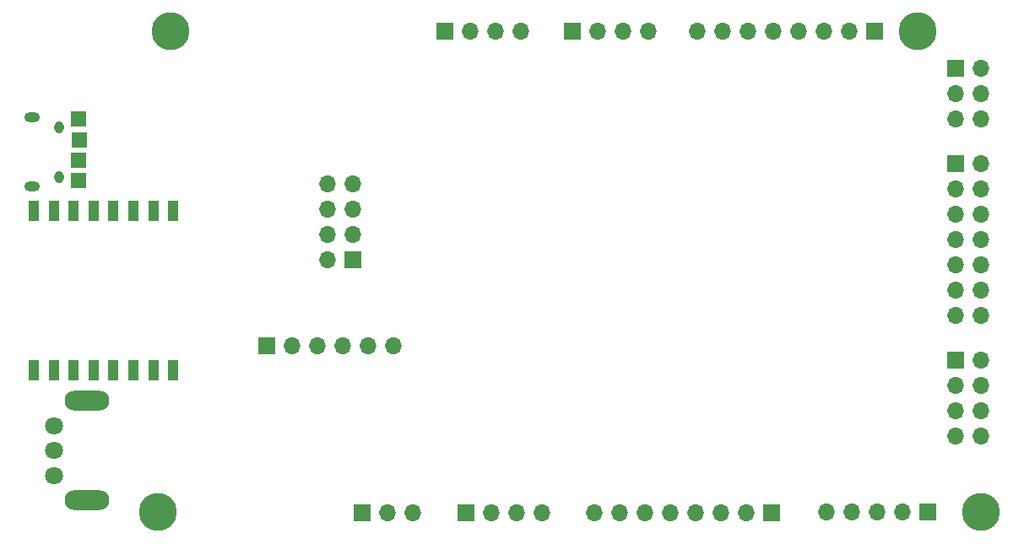
<source format=gbs>
G04 #@! TF.FileFunction,Soldermask,Bot*
%FSLAX46Y46*%
G04 Gerber Fmt 4.6, Leading zero omitted, Abs format (unit mm)*
G04 Created by KiCad (PCBNEW 4.0.7-e2-6376~58~ubuntu16.04.1) date Wed Feb 14 08:22:07 2018*
%MOMM*%
%LPD*%
G01*
G04 APERTURE LIST*
%ADD10C,0.100000*%
%ADD11O,0.950000X1.250000*%
%ADD12O,1.550000X1.000000*%
%ADD13C,1.800000*%
%ADD14O,4.500000X2.000000*%
%ADD15R,1.700000X1.700000*%
%ADD16O,1.700000X1.700000*%
%ADD17C,3.800000*%
%ADD18R,1.000000X2.000000*%
%ADD19R,1.500000X1.500000*%
G04 APERTURE END LIST*
D10*
D11*
X94980000Y-72360000D03*
X94980000Y-77360000D03*
D12*
X92280000Y-71360000D03*
X92280000Y-78360000D03*
D13*
X94450000Y-107350000D03*
X94450000Y-104850000D03*
X94450000Y-102350000D03*
D14*
X97750000Y-109850000D03*
X97750000Y-99850000D03*
D15*
X184910000Y-76000000D03*
D16*
X187450000Y-76000000D03*
X184910000Y-78540000D03*
X187450000Y-78540000D03*
X184910000Y-81080000D03*
X187450000Y-81080000D03*
X184910000Y-83620000D03*
X187450000Y-83620000D03*
X184910000Y-86160000D03*
X187450000Y-86160000D03*
X184910000Y-88700000D03*
X187450000Y-88700000D03*
X184910000Y-91240000D03*
X187450000Y-91240000D03*
D17*
X104880000Y-111020000D03*
X106150000Y-62770000D03*
X187420000Y-111010000D03*
D18*
X106440000Y-96770000D03*
X104440000Y-96770000D03*
X102440000Y-96770000D03*
X100440000Y-96770000D03*
X98440000Y-96770000D03*
X96440000Y-96770000D03*
X94440000Y-96770000D03*
X92440000Y-96770000D03*
X92440000Y-80770000D03*
X94440000Y-80770000D03*
X96440000Y-80770000D03*
X98440000Y-80770000D03*
X100440000Y-80770000D03*
X102440000Y-80770000D03*
X104440000Y-80770000D03*
X106440000Y-80770000D03*
D15*
X125370000Y-111070000D03*
D16*
X127910000Y-111070000D03*
X130450000Y-111070000D03*
D17*
X181090000Y-62780000D03*
D15*
X115820000Y-94340000D03*
D16*
X118360000Y-94340000D03*
X120900000Y-94340000D03*
X123440000Y-94340000D03*
X125980000Y-94340000D03*
X128520000Y-94340000D03*
D15*
X166470000Y-111060000D03*
D16*
X163930000Y-111060000D03*
X161390000Y-111060000D03*
X158850000Y-111060000D03*
X156310000Y-111060000D03*
X153770000Y-111060000D03*
X151230000Y-111060000D03*
X148690000Y-111060000D03*
D15*
X182070000Y-111040000D03*
D16*
X179530000Y-111040000D03*
X176990000Y-111040000D03*
X174450000Y-111040000D03*
X171910000Y-111040000D03*
D15*
X176800000Y-62750000D03*
D16*
X174260000Y-62750000D03*
X171720000Y-62750000D03*
X169180000Y-62750000D03*
X166640000Y-62750000D03*
X164100000Y-62750000D03*
X161560000Y-62750000D03*
X159020000Y-62750000D03*
D15*
X135820000Y-111070000D03*
D16*
X138360000Y-111070000D03*
X140900000Y-111070000D03*
X143440000Y-111070000D03*
D15*
X184900000Y-66450000D03*
D16*
X187440000Y-66450000D03*
X184900000Y-68990000D03*
X187440000Y-68990000D03*
X184900000Y-71530000D03*
X187440000Y-71530000D03*
D15*
X146450000Y-62750000D03*
D16*
X148990000Y-62750000D03*
X151530000Y-62750000D03*
X154070000Y-62750000D03*
D15*
X184910000Y-95750000D03*
D16*
X187450000Y-95750000D03*
X184910000Y-98290000D03*
X187450000Y-98290000D03*
X184910000Y-100830000D03*
X187450000Y-100830000D03*
X184910000Y-103370000D03*
X187450000Y-103370000D03*
D15*
X133690000Y-62750000D03*
D16*
X136230000Y-62750000D03*
X138770000Y-62750000D03*
X141310000Y-62750000D03*
D15*
X124440000Y-85720000D03*
D16*
X121900000Y-85720000D03*
X124440000Y-83180000D03*
X121900000Y-83180000D03*
X124440000Y-80640000D03*
X121900000Y-80640000D03*
X124440000Y-78100000D03*
X121900000Y-78100000D03*
D19*
X96960000Y-77760000D03*
X96970000Y-71590000D03*
X96960000Y-75700000D03*
X96990000Y-73650000D03*
M02*

</source>
